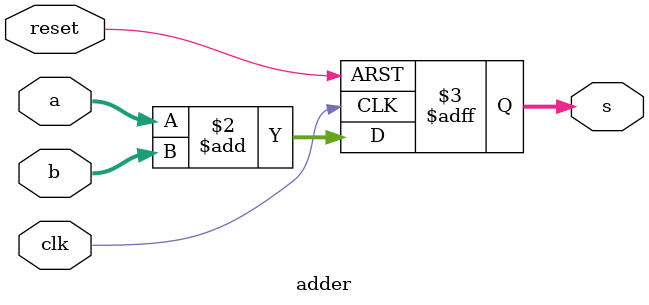
<source format=v>
`timescale 1ns/100ps
module adder (s, a, b, clk, reset);
    output [2: 0] s;
    input [1: 0] a;
    input [1: 0] b;
    input clk;
    input reset;
    reg [2: 0] s;
    always @(posedge clk or posedge reset) begin
        if (reset) s <= 0;
        else s <= a+b;
    end
endmodule

</source>
